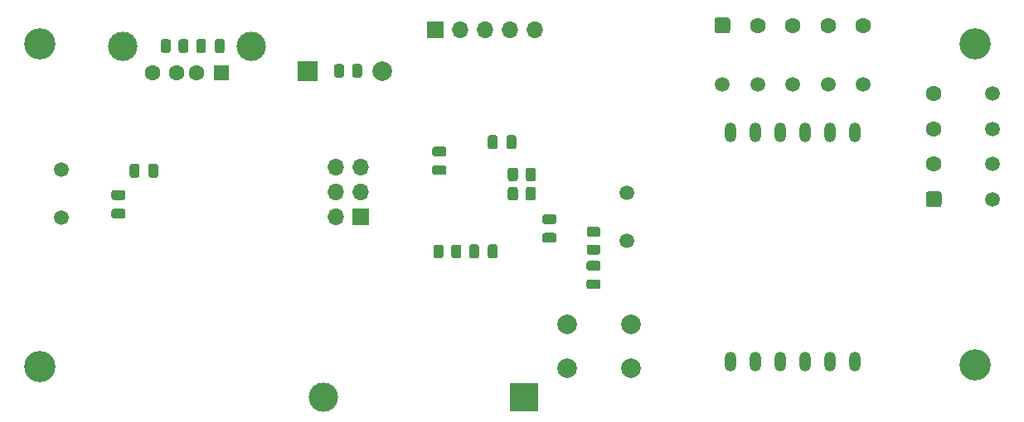
<source format=gbs>
%TF.GenerationSoftware,KiCad,Pcbnew,(5.1.10)-1*%
%TF.CreationDate,2021-12-15T16:43:02+05:30*%
%TF.ProjectId,SPVMD_V2.0,5350564d-445f-4563-922e-302e6b696361,rev?*%
%TF.SameCoordinates,Original*%
%TF.FileFunction,Soldermask,Bot*%
%TF.FilePolarity,Negative*%
%FSLAX46Y46*%
G04 Gerber Fmt 4.6, Leading zero omitted, Abs format (unit mm)*
G04 Created by KiCad (PCBNEW (5.1.10)-1) date 2021-12-15 16:43:02*
%MOMM*%
%LPD*%
G01*
G04 APERTURE LIST*
%ADD10O,1.700000X1.700000*%
%ADD11R,1.700000X1.700000*%
%ADD12C,3.200000*%
%ADD13C,3.000000*%
%ADD14R,3.000000X3.000000*%
%ADD15R,2.000000X2.000000*%
%ADD16C,2.000000*%
%ADD17R,1.600000X1.500000*%
%ADD18C,1.600000*%
%ADD19C,1.500000*%
%ADD20O,1.200000X2.000000*%
G04 APERTURE END LIST*
%TO.C,C12*%
G36*
G01*
X141892000Y-74049000D02*
X142842000Y-74049000D01*
G75*
G02*
X143092000Y-74299000I0J-250000D01*
G01*
X143092000Y-74799000D01*
G75*
G02*
X142842000Y-75049000I-250000J0D01*
G01*
X141892000Y-75049000D01*
G75*
G02*
X141642000Y-74799000I0J250000D01*
G01*
X141642000Y-74299000D01*
G75*
G02*
X141892000Y-74049000I250000J0D01*
G01*
G37*
G36*
G01*
X141892000Y-75949000D02*
X142842000Y-75949000D01*
G75*
G02*
X143092000Y-76199000I0J-250000D01*
G01*
X143092000Y-76699000D01*
G75*
G02*
X142842000Y-76949000I-250000J0D01*
G01*
X141892000Y-76949000D01*
G75*
G02*
X141642000Y-76699000I0J250000D01*
G01*
X141642000Y-76199000D01*
G75*
G02*
X141892000Y-75949000I250000J0D01*
G01*
G37*
%TD*%
%TO.C,C17*%
G36*
G01*
X154081500Y-81973000D02*
X153131500Y-81973000D01*
G75*
G02*
X152881500Y-81723000I0J250000D01*
G01*
X152881500Y-81223000D01*
G75*
G02*
X153131500Y-80973000I250000J0D01*
G01*
X154081500Y-80973000D01*
G75*
G02*
X154331500Y-81223000I0J-250000D01*
G01*
X154331500Y-81723000D01*
G75*
G02*
X154081500Y-81973000I-250000J0D01*
G01*
G37*
G36*
G01*
X154081500Y-83873000D02*
X153131500Y-83873000D01*
G75*
G02*
X152881500Y-83623000I0J250000D01*
G01*
X152881500Y-83123000D01*
G75*
G02*
X153131500Y-82873000I250000J0D01*
G01*
X154081500Y-82873000D01*
G75*
G02*
X154331500Y-83123000I0J-250000D01*
G01*
X154331500Y-83623000D01*
G75*
G02*
X154081500Y-83873000I-250000J0D01*
G01*
G37*
%TD*%
%TO.C,C16*%
G36*
G01*
X148328000Y-73121500D02*
X148328000Y-74071500D01*
G75*
G02*
X148078000Y-74321500I-250000J0D01*
G01*
X147578000Y-74321500D01*
G75*
G02*
X147328000Y-74071500I0J250000D01*
G01*
X147328000Y-73121500D01*
G75*
G02*
X147578000Y-72871500I250000J0D01*
G01*
X148078000Y-72871500D01*
G75*
G02*
X148328000Y-73121500I0J-250000D01*
G01*
G37*
G36*
G01*
X150228000Y-73121500D02*
X150228000Y-74071500D01*
G75*
G02*
X149978000Y-74321500I-250000J0D01*
G01*
X149478000Y-74321500D01*
G75*
G02*
X149228000Y-74071500I0J250000D01*
G01*
X149228000Y-73121500D01*
G75*
G02*
X149478000Y-72871500I250000J0D01*
G01*
X149978000Y-72871500D01*
G75*
G02*
X150228000Y-73121500I0J-250000D01*
G01*
G37*
%TD*%
D10*
%TO.C,J7*%
X131826000Y-76136500D03*
X134366000Y-76136500D03*
X131826000Y-78676500D03*
X134366000Y-78676500D03*
X131826000Y-81216500D03*
D11*
X134366000Y-81216500D03*
%TD*%
D12*
%TO.C,H4*%
X197104000Y-63500000D03*
%TD*%
%TO.C,H3*%
X197104000Y-96393000D03*
%TD*%
%TO.C,H2*%
X101600000Y-96520000D03*
%TD*%
%TO.C,H1*%
X101600000Y-63500000D03*
%TD*%
D13*
%TO.C,BT1*%
X130513000Y-99695000D03*
D14*
X151003000Y-99695000D03*
%TD*%
D15*
%TO.C,BZ1*%
X128905000Y-66294000D03*
D16*
X136505000Y-66294000D03*
%TD*%
%TO.C,C4*%
G36*
G01*
X118546500Y-63279000D02*
X118546500Y-64229000D01*
G75*
G02*
X118296500Y-64479000I-250000J0D01*
G01*
X117796500Y-64479000D01*
G75*
G02*
X117546500Y-64229000I0J250000D01*
G01*
X117546500Y-63279000D01*
G75*
G02*
X117796500Y-63029000I250000J0D01*
G01*
X118296500Y-63029000D01*
G75*
G02*
X118546500Y-63279000I0J-250000D01*
G01*
G37*
G36*
G01*
X120446500Y-63279000D02*
X120446500Y-64229000D01*
G75*
G02*
X120196500Y-64479000I-250000J0D01*
G01*
X119696500Y-64479000D01*
G75*
G02*
X119446500Y-64229000I0J250000D01*
G01*
X119446500Y-63279000D01*
G75*
G02*
X119696500Y-63029000I250000J0D01*
G01*
X120196500Y-63029000D01*
G75*
G02*
X120446500Y-63279000I0J-250000D01*
G01*
G37*
%TD*%
%TO.C,C5*%
G36*
G01*
X110076000Y-79499000D02*
X109126000Y-79499000D01*
G75*
G02*
X108876000Y-79249000I0J250000D01*
G01*
X108876000Y-78749000D01*
G75*
G02*
X109126000Y-78499000I250000J0D01*
G01*
X110076000Y-78499000D01*
G75*
G02*
X110326000Y-78749000I0J-250000D01*
G01*
X110326000Y-79249000D01*
G75*
G02*
X110076000Y-79499000I-250000J0D01*
G01*
G37*
G36*
G01*
X110076000Y-81399000D02*
X109126000Y-81399000D01*
G75*
G02*
X108876000Y-81149000I0J250000D01*
G01*
X108876000Y-80649000D01*
G75*
G02*
X109126000Y-80399000I250000J0D01*
G01*
X110076000Y-80399000D01*
G75*
G02*
X110326000Y-80649000I0J-250000D01*
G01*
X110326000Y-81149000D01*
G75*
G02*
X110076000Y-81399000I-250000J0D01*
G01*
G37*
%TD*%
%TO.C,C6*%
G36*
G01*
X110757000Y-76992500D02*
X110757000Y-76042500D01*
G75*
G02*
X111007000Y-75792500I250000J0D01*
G01*
X111507000Y-75792500D01*
G75*
G02*
X111757000Y-76042500I0J-250000D01*
G01*
X111757000Y-76992500D01*
G75*
G02*
X111507000Y-77242500I-250000J0D01*
G01*
X111007000Y-77242500D01*
G75*
G02*
X110757000Y-76992500I0J250000D01*
G01*
G37*
G36*
G01*
X112657000Y-76992500D02*
X112657000Y-76042500D01*
G75*
G02*
X112907000Y-75792500I250000J0D01*
G01*
X113407000Y-75792500D01*
G75*
G02*
X113657000Y-76042500I0J-250000D01*
G01*
X113657000Y-76992500D01*
G75*
G02*
X113407000Y-77242500I-250000J0D01*
G01*
X112907000Y-77242500D01*
G75*
G02*
X112657000Y-76992500I0J250000D01*
G01*
G37*
%TD*%
%TO.C,C10*%
G36*
G01*
X157640000Y-85733000D02*
X158590000Y-85733000D01*
G75*
G02*
X158840000Y-85983000I0J-250000D01*
G01*
X158840000Y-86483000D01*
G75*
G02*
X158590000Y-86733000I-250000J0D01*
G01*
X157640000Y-86733000D01*
G75*
G02*
X157390000Y-86483000I0J250000D01*
G01*
X157390000Y-85983000D01*
G75*
G02*
X157640000Y-85733000I250000J0D01*
G01*
G37*
G36*
G01*
X157640000Y-87633000D02*
X158590000Y-87633000D01*
G75*
G02*
X158840000Y-87883000I0J-250000D01*
G01*
X158840000Y-88383000D01*
G75*
G02*
X158590000Y-88633000I-250000J0D01*
G01*
X157640000Y-88633000D01*
G75*
G02*
X157390000Y-88383000I0J250000D01*
G01*
X157390000Y-87883000D01*
G75*
G02*
X157640000Y-87633000I250000J0D01*
G01*
G37*
%TD*%
%TO.C,C11*%
G36*
G01*
X145423000Y-85247500D02*
X145423000Y-84297500D01*
G75*
G02*
X145673000Y-84047500I250000J0D01*
G01*
X146173000Y-84047500D01*
G75*
G02*
X146423000Y-84297500I0J-250000D01*
G01*
X146423000Y-85247500D01*
G75*
G02*
X146173000Y-85497500I-250000J0D01*
G01*
X145673000Y-85497500D01*
G75*
G02*
X145423000Y-85247500I0J250000D01*
G01*
G37*
G36*
G01*
X147323000Y-85247500D02*
X147323000Y-84297500D01*
G75*
G02*
X147573000Y-84047500I250000J0D01*
G01*
X148073000Y-84047500D01*
G75*
G02*
X148323000Y-84297500I0J-250000D01*
G01*
X148323000Y-85247500D01*
G75*
G02*
X148073000Y-85497500I-250000J0D01*
G01*
X147573000Y-85497500D01*
G75*
G02*
X147323000Y-85247500I0J250000D01*
G01*
G37*
%TD*%
%TO.C,FB1*%
G36*
G01*
X144617500Y-84322499D02*
X144617500Y-85222501D01*
G75*
G02*
X144367501Y-85472500I-249999J0D01*
G01*
X143842499Y-85472500D01*
G75*
G02*
X143592500Y-85222501I0J249999D01*
G01*
X143592500Y-84322499D01*
G75*
G02*
X143842499Y-84072500I249999J0D01*
G01*
X144367501Y-84072500D01*
G75*
G02*
X144617500Y-84322499I0J-249999D01*
G01*
G37*
G36*
G01*
X142792500Y-84322499D02*
X142792500Y-85222501D01*
G75*
G02*
X142542501Y-85472500I-249999J0D01*
G01*
X142017499Y-85472500D01*
G75*
G02*
X141767500Y-85222501I0J249999D01*
G01*
X141767500Y-84322499D01*
G75*
G02*
X142017499Y-84072500I249999J0D01*
G01*
X142542501Y-84072500D01*
G75*
G02*
X142792500Y-84322499I0J-249999D01*
G01*
G37*
%TD*%
D13*
%TO.C,J1*%
X123148500Y-63774500D03*
X110008500Y-63774500D03*
D17*
X120078500Y-66484500D03*
D18*
X117578500Y-66484500D03*
X115578500Y-66484500D03*
X113078500Y-66484500D03*
%TD*%
%TO.C,J2*%
G36*
G01*
X170459500Y-62208500D02*
X170459500Y-61108500D01*
G75*
G02*
X170709500Y-60858500I250000J0D01*
G01*
X171809500Y-60858500D01*
G75*
G02*
X172059500Y-61108500I0J-250000D01*
G01*
X172059500Y-62208500D01*
G75*
G02*
X171809500Y-62458500I-250000J0D01*
G01*
X170709500Y-62458500D01*
G75*
G02*
X170459500Y-62208500I0J250000D01*
G01*
G37*
X174859500Y-61658500D03*
X178459500Y-61658500D03*
X182059500Y-61658500D03*
X185659500Y-61658500D03*
D19*
X171259500Y-67658500D03*
X174859500Y-67658500D03*
X178459500Y-67658500D03*
X182059500Y-67658500D03*
X185659500Y-67658500D03*
%TD*%
D11*
%TO.C,J8*%
X141986000Y-62103000D03*
D10*
X144526000Y-62103000D03*
X147066000Y-62103000D03*
X149606000Y-62103000D03*
X152146000Y-62103000D03*
%TD*%
%TO.C,J9*%
G36*
G01*
X193399500Y-80238500D02*
X192299500Y-80238500D01*
G75*
G02*
X192049500Y-79988500I0J250000D01*
G01*
X192049500Y-78888500D01*
G75*
G02*
X192299500Y-78638500I250000J0D01*
G01*
X193399500Y-78638500D01*
G75*
G02*
X193649500Y-78888500I0J-250000D01*
G01*
X193649500Y-79988500D01*
G75*
G02*
X193399500Y-80238500I-250000J0D01*
G01*
G37*
D18*
X192849500Y-75838500D03*
X192849500Y-72238500D03*
X192849500Y-68638500D03*
D19*
X198849500Y-79438500D03*
X198849500Y-75838500D03*
X198849500Y-72238500D03*
X198849500Y-68638500D03*
%TD*%
D20*
%TO.C,Module1*%
X172085000Y-72578000D03*
X172085000Y-96078000D03*
X174625000Y-72578000D03*
X174625000Y-96078000D03*
X177165000Y-72578000D03*
X177165000Y-96078000D03*
X179705000Y-72578000D03*
X179705000Y-96078000D03*
X182245000Y-72578000D03*
X182245000Y-96078000D03*
X184785000Y-72578000D03*
X184785000Y-96078000D03*
%TD*%
%TO.C,R1*%
G36*
G01*
X116764500Y-63303999D02*
X116764500Y-64204001D01*
G75*
G02*
X116514501Y-64454000I-249999J0D01*
G01*
X115989499Y-64454000D01*
G75*
G02*
X115739500Y-64204001I0J249999D01*
G01*
X115739500Y-63303999D01*
G75*
G02*
X115989499Y-63054000I249999J0D01*
G01*
X116514501Y-63054000D01*
G75*
G02*
X116764500Y-63303999I0J-249999D01*
G01*
G37*
G36*
G01*
X114939500Y-63303999D02*
X114939500Y-64204001D01*
G75*
G02*
X114689501Y-64454000I-249999J0D01*
G01*
X114164499Y-64454000D01*
G75*
G02*
X113914500Y-64204001I0J249999D01*
G01*
X113914500Y-63303999D01*
G75*
G02*
X114164499Y-63054000I249999J0D01*
G01*
X114689501Y-63054000D01*
G75*
G02*
X114939500Y-63303999I0J-249999D01*
G01*
G37*
%TD*%
%TO.C,R3*%
G36*
G01*
X157664999Y-82244500D02*
X158565001Y-82244500D01*
G75*
G02*
X158815000Y-82494499I0J-249999D01*
G01*
X158815000Y-83019501D01*
G75*
G02*
X158565001Y-83269500I-249999J0D01*
G01*
X157664999Y-83269500D01*
G75*
G02*
X157415000Y-83019501I0J249999D01*
G01*
X157415000Y-82494499D01*
G75*
G02*
X157664999Y-82244500I249999J0D01*
G01*
G37*
G36*
G01*
X157664999Y-84069500D02*
X158565001Y-84069500D01*
G75*
G02*
X158815000Y-84319499I0J-249999D01*
G01*
X158815000Y-84844501D01*
G75*
G02*
X158565001Y-85094500I-249999J0D01*
G01*
X157664999Y-85094500D01*
G75*
G02*
X157415000Y-84844501I0J249999D01*
G01*
X157415000Y-84319499D01*
G75*
G02*
X157664999Y-84069500I249999J0D01*
G01*
G37*
%TD*%
%TO.C,R8*%
G36*
G01*
X151189000Y-79317001D02*
X151189000Y-78416999D01*
G75*
G02*
X151438999Y-78167000I249999J0D01*
G01*
X151964001Y-78167000D01*
G75*
G02*
X152214000Y-78416999I0J-249999D01*
G01*
X152214000Y-79317001D01*
G75*
G02*
X151964001Y-79567000I-249999J0D01*
G01*
X151438999Y-79567000D01*
G75*
G02*
X151189000Y-79317001I0J249999D01*
G01*
G37*
G36*
G01*
X149364000Y-79317001D02*
X149364000Y-78416999D01*
G75*
G02*
X149613999Y-78167000I249999J0D01*
G01*
X150139001Y-78167000D01*
G75*
G02*
X150389000Y-78416999I0J-249999D01*
G01*
X150389000Y-79317001D01*
G75*
G02*
X150139001Y-79567000I-249999J0D01*
G01*
X149613999Y-79567000D01*
G75*
G02*
X149364000Y-79317001I0J249999D01*
G01*
G37*
%TD*%
%TO.C,R9*%
G36*
G01*
X149364000Y-77348501D02*
X149364000Y-76448499D01*
G75*
G02*
X149613999Y-76198500I249999J0D01*
G01*
X150139001Y-76198500D01*
G75*
G02*
X150389000Y-76448499I0J-249999D01*
G01*
X150389000Y-77348501D01*
G75*
G02*
X150139001Y-77598500I-249999J0D01*
G01*
X149613999Y-77598500D01*
G75*
G02*
X149364000Y-77348501I0J249999D01*
G01*
G37*
G36*
G01*
X151189000Y-77348501D02*
X151189000Y-76448499D01*
G75*
G02*
X151438999Y-76198500I249999J0D01*
G01*
X151964001Y-76198500D01*
G75*
G02*
X152214000Y-76448499I0J-249999D01*
G01*
X152214000Y-77348501D01*
G75*
G02*
X151964001Y-77598500I-249999J0D01*
G01*
X151438999Y-77598500D01*
G75*
G02*
X151189000Y-77348501I0J249999D01*
G01*
G37*
%TD*%
%TO.C,R10*%
G36*
G01*
X132656000Y-65843999D02*
X132656000Y-66744001D01*
G75*
G02*
X132406001Y-66994000I-249999J0D01*
G01*
X131880999Y-66994000D01*
G75*
G02*
X131631000Y-66744001I0J249999D01*
G01*
X131631000Y-65843999D01*
G75*
G02*
X131880999Y-65594000I249999J0D01*
G01*
X132406001Y-65594000D01*
G75*
G02*
X132656000Y-65843999I0J-249999D01*
G01*
G37*
G36*
G01*
X134481000Y-65843999D02*
X134481000Y-66744001D01*
G75*
G02*
X134231001Y-66994000I-249999J0D01*
G01*
X133705999Y-66994000D01*
G75*
G02*
X133456000Y-66744001I0J249999D01*
G01*
X133456000Y-65843999D01*
G75*
G02*
X133705999Y-65594000I249999J0D01*
G01*
X134231001Y-65594000D01*
G75*
G02*
X134481000Y-65843999I0J-249999D01*
G01*
G37*
%TD*%
D16*
%TO.C,SW1*%
X155448000Y-96702000D03*
X155448000Y-92202000D03*
X161948000Y-96702000D03*
X161948000Y-92202000D03*
%TD*%
D19*
%TO.C,Y1*%
X103759000Y-81270500D03*
X103759000Y-76390500D03*
%TD*%
%TO.C,Y2*%
X161544000Y-78803500D03*
X161544000Y-83683500D03*
%TD*%
M02*

</source>
